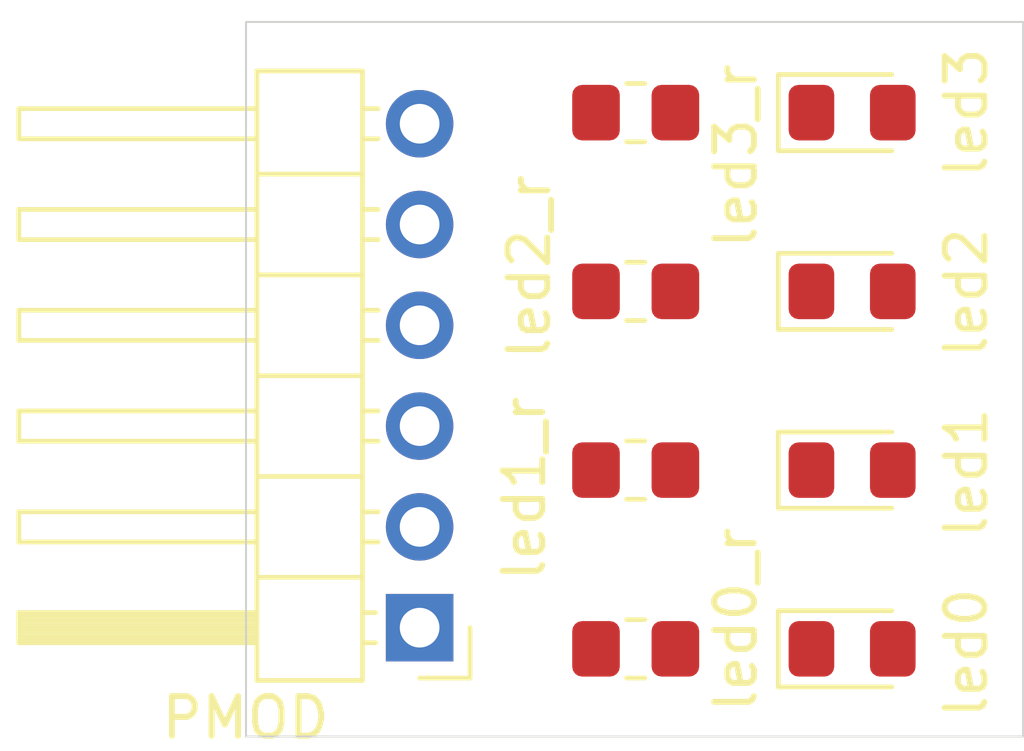
<source format=kicad_pcb>
(kicad_pcb (version 20221018) (generator pcbnew)
  (layers (0 "F.Cu" signal) (31 "B.Cu" signal) (34 "B.Paste" user) (35 "F.Paste" user) (36 "B.SilkS" user "B.Silkscreen") (37 "F.SilkS" user "F.Silkscreen") (38 "B.Mask" user) (39 "F.Mask" user) (44 "Edge.Cuts" user))
  (net 0 "")
  (net 1 "VCC3V3")
  (net 2 "GND")
  (footprint "R_0805_2012Metric_Pad1.20x1.40mm_HandSolder" (layer "F.Cu") (at 96.028 81.136066)
    (fp_text reference "led2_r" (at -2.683 -0.618066 -90) (layer "F.SilkS"))
    (fp_text value "270")
    (fp_line (start -0.227064 -0.735) (end 0.227064 -0.735) (stroke (width 0.12)) (layer "F.SilkS"))
    (fp_line (start -0.227064 0.735) (end 0.227064 0.735) (stroke (width 0.12)) (layer "F.SilkS"))
    (pad "1" smd roundrect (at -1 0) (size 1.2 1.4) (layers "F.Cu" "F.Paste" "F.Mask") (roundrect_rratio 0.208333))
    (pad "2" smd roundrect (at 1 0) (size 1.2 1.4) (layers "F.Cu" "F.Paste" "F.Mask") (roundrect_rratio 0.208333))
  )
  (footprint "LED_0805_2012Metric_Pad1.15x1.40mm_HandSolder" (layer "F.Cu") (at 101.482 85.640332)
    (fp_text reference "led1" (at 2.8792 0.067734 90) (layer "F.SilkS"))
    (fp_text value "LED")
    (fp_line (start -1.86 -0.96) (end -1.86 0.96) (stroke (width 0.12)) (layer "F.SilkS"))
    (fp_line (start -1.86 0.96) (end 1 0.96) (stroke (width 0.12)) (layer "F.SilkS"))
    (fp_line (start 1 -0.96) (end -1.86 -0.96) (stroke (width 0.12)) (layer "F.SilkS"))
    (pad "1" smd roundrect (at -1.025 0) (size 1.15 1.4) (layers "F.Cu" "F.Paste" "F.Mask") (roundrect_rratio 0.217391))
    (pad "2" smd roundrect (at 1.025 0) (size 1.15 1.4) (layers "F.Cu" "F.Paste" "F.Mask") (roundrect_rratio 0.217391))
  )
  (footprint "LED_0805_2012Metric_Pad1.15x1.40mm_HandSolder" (layer "F.Cu") (at 101.482 90.1446)
    (fp_text reference "led0" (at 2.8792 0.1016 90) (layer "F.SilkS"))
    (fp_text value "LED")
    (fp_line (start -1.86 -0.96) (end -1.86 0.96) (stroke (width 0.12)) (layer "F.SilkS"))
    (fp_line (start -1.86 0.96) (end 1 0.96) (stroke (width 0.12)) (layer "F.SilkS"))
    (fp_line (start 1 -0.96) (end -1.86 -0.96) (stroke (width 0.12)) (layer "F.SilkS"))
    (pad "1" smd roundrect (at -1.025 0) (size 1.15 1.4) (layers "F.Cu" "F.Paste" "F.Mask") (roundrect_rratio 0.217391))
    (pad "2" smd roundrect (at 1.025 0) (size 1.15 1.4) (layers "F.Cu" "F.Paste" "F.Mask") (roundrect_rratio 0.217391))
  )
  (footprint "LED_0805_2012Metric_Pad1.15x1.40mm_HandSolder" (layer "F.Cu") (at 101.482 76.6318)
    (fp_text reference "led3" (at 2.8792 0 90) (layer "F.SilkS"))
    (fp_text value "LED")
    (fp_line (start -1.86 -0.96) (end -1.86 0.96) (stroke (width 0.12)) (layer "F.SilkS"))
    (fp_line (start -1.86 0.96) (end 1 0.96) (stroke (width 0.12)) (layer "F.SilkS"))
    (fp_line (start 1 -0.96) (end -1.86 -0.96) (stroke (width 0.12)) (layer "F.SilkS"))
    (pad "1" smd roundrect (at -1.025 0) (size 1.15 1.4) (layers "F.Cu" "F.Paste" "F.Mask") (roundrect_rratio 0.217391))
    (pad "2" smd roundrect (at 1.025 0) (size 1.15 1.4) (layers "F.Cu" "F.Paste" "F.Mask") (roundrect_rratio 0.217391))
  )
  (footprint "R_0805_2012Metric_Pad1.20x1.40mm_HandSolder" (layer "F.Cu") (at 96.028 85.640332)
    (fp_text reference "led1_r" (at -2.81 0.465668 90) (layer "F.SilkS"))
    (fp_text value "270")
    (fp_line (start -0.227064 -0.735) (end 0.227064 -0.735) (stroke (width 0.12)) (layer "F.SilkS"))
    (fp_line (start -0.227064 0.735) (end 0.227064 0.735) (stroke (width 0.12)) (layer "F.SilkS"))
    (pad "1" smd roundrect (at -1 0) (size 1.2 1.4) (layers "F.Cu" "F.Paste" "F.Mask") (roundrect_rratio 0.208333))
    (pad "2" smd roundrect (at 1 0) (size 1.2 1.4) (layers "F.Cu" "F.Paste" "F.Mask") (roundrect_rratio 0.208333))
  )
  (footprint "LED_0805_2012Metric_Pad1.15x1.40mm_HandSolder" (layer "F.Cu") (at 101.482 81.136066)
    (fp_text reference "led2" (at 2.8792 0.033867 90) (layer "F.SilkS"))
    (fp_text value "LED")
    (fp_line (start -1.86 -0.96) (end -1.86 0.96) (stroke (width 0.12)) (layer "F.SilkS"))
    (fp_line (start -1.86 0.96) (end 1 0.96) (stroke (width 0.12)) (layer "F.SilkS"))
    (fp_line (start 1 -0.96) (end -1.86 -0.96) (stroke (width 0.12)) (layer "F.SilkS"))
    (pad "1" smd roundrect (at -1.025 0) (size 1.15 1.4) (layers "F.Cu" "F.Paste" "F.Mask") (roundrect_rratio 0.217391))
    (pad "2" smd roundrect (at 1.025 0) (size 1.15 1.4) (layers "F.Cu" "F.Paste" "F.Mask") (roundrect_rratio 0.217391))
  )
  (footprint "R_0805_2012Metric_Pad1.20x1.40mm_HandSolder" (layer "F.Cu") (at 96.028 90.1446)
    (fp_text reference "led0_r" (at 2.524 -0.7366 90) (layer "F.SilkS"))
    (fp_text value "270")
    (fp_line (start -0.227064 -0.735) (end 0.227064 -0.735) (stroke (width 0.12)) (layer "F.SilkS"))
    (fp_line (start -0.227064 0.735) (end 0.227064 0.735) (stroke (width 0.12)) (layer "F.SilkS"))
    (pad "1" smd roundrect (at -1 0) (size 1.2 1.4) (layers "F.Cu" "F.Paste" "F.Mask") (roundrect_rratio 0.208333))
    (pad "2" smd roundrect (at 1 0) (size 1.2 1.4) (layers "F.Cu" "F.Paste" "F.Mask") (roundrect_rratio 0.208333))
  )
  (footprint "R_0805_2012Metric_Pad1.20x1.40mm_HandSolder" (layer "F.Cu") (at 96.028 76.6318)
    (fp_text reference "led3_r" (at 2.524 1.0922 90) (layer "F.SilkS"))
    (fp_text value "270")
    (fp_line (start -0.227064 -0.735) (end 0.227064 -0.735) (stroke (width 0.12)) (layer "F.SilkS"))
    (fp_line (start -0.227064 0.735) (end 0.227064 0.735) (stroke (width 0.12)) (layer "F.SilkS"))
    (pad "1" smd roundrect (at -1 0) (size 1.2 1.4) (layers "F.Cu" "F.Paste" "F.Mask") (roundrect_rratio 0.208333))
    (pad "2" smd roundrect (at 1 0) (size 1.2 1.4) (layers "F.Cu" "F.Paste" "F.Mask") (roundrect_rratio 0.208333))
  )
  (footprint "PinHeader_1x06_P2.54mm_Horizontal" (layer "F.Cu") (at 90.5826 89.6112 180)
    (fp_text reference "PMOD" (at 4.385 -2.27) (layer "F.SilkS"))
    (fp_text value "Conn_01x06")
    (fp_line (start -1.27 -1.27) (end 0 -1.27) (stroke (width 0.12)) (layer "F.SilkS"))
    (fp_line (start -1.27 0) (end -1.27 -1.27) (stroke (width 0.12)) (layer "F.SilkS"))
    (fp_line (start 1.042929 2.16) (end 1.44 2.16) (stroke (width 0.12)) (layer "F.SilkS"))
    (fp_line (start 1.042929 2.92) (end 1.44 2.92) (stroke (width 0.12)) (layer "F.SilkS"))
    (fp_line (start 1.042929 4.7) (end 1.44 4.7) (stroke (width 0.12)) (layer "F.SilkS"))
    (fp_line (start 1.042929 5.46) (end 1.44 5.46) (stroke (width 0.12)) (layer "F.SilkS"))
    (fp_line (start 1.042929 7.24) (end 1.44 7.24) (stroke (width 0.12)) (layer "F.SilkS"))
    (fp_line (start 1.042929 8) (end 1.44 8) (stroke (width 0.12)) (layer "F.SilkS"))
    (fp_line (start 1.042929 9.78) (end 1.44 9.78) (stroke (width 0.12)) (layer "F.SilkS"))
    (fp_line (start 1.042929 10.54) (end 1.44 10.54) (stroke (width 0.12)) (layer "F.SilkS"))
    (fp_line (start 1.042929 12.32) (end 1.44 12.32) (stroke (width 0.12)) (layer "F.SilkS"))
    (fp_line (start 1.042929 13.08) (end 1.44 13.08) (stroke (width 0.12)) (layer "F.SilkS"))
    (fp_line (start 1.11 -0.38) (end 1.44 -0.38) (stroke (width 0.12)) (layer "F.SilkS"))
    (fp_line (start 1.11 0.38) (end 1.44 0.38) (stroke (width 0.12)) (layer "F.SilkS"))
    (fp_line (start 1.44 -1.33) (end 1.44 14.03) (stroke (width 0.12)) (layer "F.SilkS"))
    (fp_line (start 1.44 1.27) (end 4.1 1.27) (stroke (width 0.12)) (layer "F.SilkS"))
    (fp_line (start 1.44 3.81) (end 4.1 3.81) (stroke (width 0.12)) (layer "F.SilkS"))
    (fp_line (start 1.44 6.35) (end 4.1 6.35) (stroke (width 0.12)) (layer "F.SilkS"))
    (fp_line (start 1.44 8.89) (end 4.1 8.89) (stroke (width 0.12)) (layer "F.SilkS"))
    (fp_line (start 1.44 11.43) (end 4.1 11.43) (stroke (width 0.12)) (layer "F.SilkS"))
    (fp_line (start 1.44 14.03) (end 4.1 14.03) (stroke (width 0.12)) (layer "F.SilkS"))
    (fp_line (start 4.1 -1.33) (end 1.44 -1.33) (stroke (width 0.12)) (layer "F.SilkS"))
    (fp_line (start 4.1 -0.38) (end 10.1 -0.38) (stroke (width 0.12)) (layer "F.SilkS"))
    (fp_line (start 4.1 -0.32) (end 10.1 -0.32) (stroke (width 0.12)) (layer "F.SilkS"))
    (fp_line (start 4.1 -0.2) (end 10.1 -0.2) (stroke (width 0.12)) (layer "F.SilkS"))
    (fp_line (start 4.1 -0.08) (end 10.1 -0.08) (stroke (width 0.12)) (layer "F.SilkS"))
    (fp_line (start 4.1 0.04) (end 10.1 0.04) (stroke (width 0.12)) (layer "F.SilkS"))
    (fp_line (start 4.1 0.16) (end 10.1 0.16) (stroke (width 0.12)) (layer "F.SilkS"))
    (fp_line (start 4.1 0.28) (end 10.1 0.28) (stroke (width 0.12)) (layer "F.SilkS"))
    (fp_line (start 4.1 2.16) (end 10.1 2.16) (stroke (width 0.12)) (layer "F.SilkS"))
    (fp_line (start 4.1 4.7) (end 10.1 4.7) (stroke (width 0.12)) (layer "F.SilkS"))
    (fp_line (start 4.1 7.24) (end 10.1 7.24) (stroke (width 0.12)) (layer "F.SilkS"))
    (fp_line (start 4.1 9.78) (end 10.1 9.78) (stroke (width 0.12)) (layer "F.SilkS"))
    (fp_line (start 4.1 12.32) (end 10.1 12.32) (stroke (width 0.12)) (layer "F.SilkS"))
    (fp_line (start 4.1 14.03) (end 4.1 -1.33) (stroke (width 0.12)) (layer "F.SilkS"))
    (fp_line (start 10.1 -0.38) (end 10.1 0.38) (stroke (width 0.12)) (layer "F.SilkS"))
    (fp_line (start 10.1 0.38) (end 4.1 0.38) (stroke (width 0.12)) (layer "F.SilkS"))
    (fp_line (start 10.1 2.16) (end 10.1 2.92) (stroke (width 0.12)) (layer "F.SilkS"))
    (fp_line (start 10.1 2.92) (end 4.1 2.92) (stroke (width 0.12)) (layer "F.SilkS"))
    (fp_line (start 10.1 4.7) (end 10.1 5.46) (stroke (width 0.12)) (layer "F.SilkS"))
    (fp_line (start 10.1 5.46) (end 4.1 5.46) (stroke (width 0.12)) (layer "F.SilkS"))
    (fp_line (start 10.1 7.24) (end 10.1 8) (stroke (width 0.12)) (layer "F.SilkS"))
    (fp_line (start 10.1 8) (end 4.1 8) (stroke (width 0.12)) (layer "F.SilkS"))
    (fp_line (start 10.1 9.78) (end 10.1 10.54) (stroke (width 0.12)) (layer "F.SilkS"))
    (fp_line (start 10.1 10.54) (end 4.1 10.54) (stroke (width 0.12)) (layer "F.SilkS"))
    (fp_line (start 10.1 12.32) (end 10.1 13.08) (stroke (width 0.12)) (layer "F.SilkS"))
    (fp_line (start 10.1 13.08) (end 4.1 13.08) (stroke (width 0.12)) (layer "F.SilkS"))
    (pad "1" thru_hole rect (at 0 0 180) (size 1.7 1.7) (drill 1) (layers "*.Cu" "*.Mask"))
    (pad "2" thru_hole oval (at 0 2.54 180) (size 1.7 1.7) (drill 1) (layers "*.Cu" "*.Mask"))
    (pad "3" thru_hole oval (at 0 5.08 180) (size 1.7 1.7) (drill 1) (layers "*.Cu" "*.Mask"))
    (pad "4" thru_hole oval (at 0 7.62 180) (size 1.7 1.7) (drill 1) (layers "*.Cu" "*.Mask"))
    (pad "5" thru_hole oval (at 0 10.16 180) (size 1.7 1.7) (drill 1) (layers "*.Cu" "*.Mask") (net 2 "GND"))
    (pad "6" thru_hole oval (at 0 12.7 180) (size 1.7 1.7) (drill 1) (layers "*.Cu" "*.Mask") (net 1 "VCC3V3"))
  )
  (gr_rect (start 86.2076 74.3458) (end 105.791 92.3544) (stroke (width 0.05)) (fill none) (layer "Edge.Cuts"))
)
</source>
